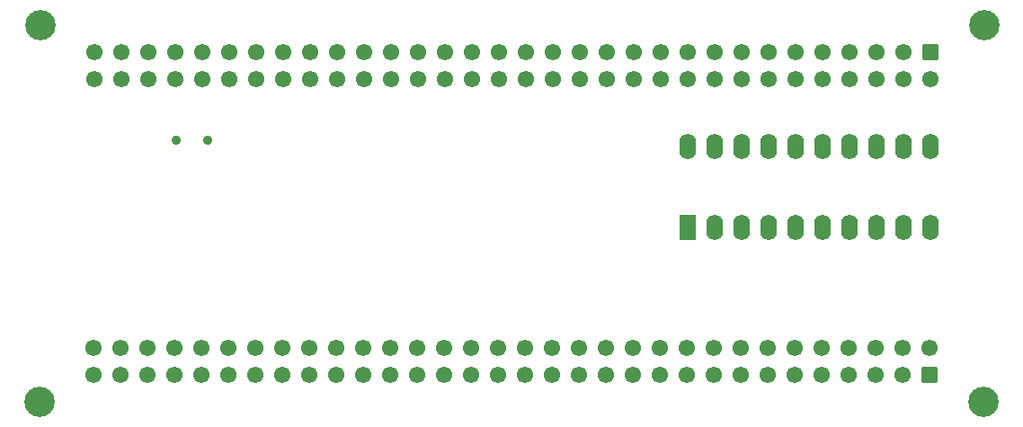
<source format=gbs>
%TF.GenerationSoftware,KiCad,Pcbnew,8.0.6-8.0.6-0~ubuntu24.04.1*%
%TF.CreationDate,2024-11-30T23:26:36+01:00*%
%TF.ProjectId,qlexternal512kram_MIX,716c6578-7465-4726-9e61-6c3531326b72,3*%
%TF.SameCoordinates,Original*%
%TF.FileFunction,Soldermask,Bot*%
%TF.FilePolarity,Negative*%
%FSLAX46Y46*%
G04 Gerber Fmt 4.6, Leading zero omitted, Abs format (unit mm)*
G04 Created by KiCad (PCBNEW 8.0.6-8.0.6-0~ubuntu24.04.1) date 2024-11-30 23:26:36*
%MOMM*%
%LPD*%
G01*
G04 APERTURE LIST*
G04 Aperture macros list*
%AMRoundRect*
0 Rectangle with rounded corners*
0 $1 Rounding radius*
0 $2 $3 $4 $5 $6 $7 $8 $9 X,Y pos of 4 corners*
0 Add a 4 corners polygon primitive as box body*
4,1,4,$2,$3,$4,$5,$6,$7,$8,$9,$2,$3,0*
0 Add four circle primitives for the rounded corners*
1,1,$1+$1,$2,$3*
1,1,$1+$1,$4,$5*
1,1,$1+$1,$6,$7*
1,1,$1+$1,$8,$9*
0 Add four rect primitives between the rounded corners*
20,1,$1+$1,$2,$3,$4,$5,0*
20,1,$1+$1,$4,$5,$6,$7,0*
20,1,$1+$1,$6,$7,$8,$9,0*
20,1,$1+$1,$8,$9,$2,$3,0*%
G04 Aperture macros list end*
%ADD10C,0.900000*%
%ADD11C,2.850000*%
%ADD12RoundRect,0.249999X0.525001X0.525001X-0.525001X0.525001X-0.525001X-0.525001X0.525001X-0.525001X0*%
%ADD13C,1.550000*%
%ADD14RoundRect,0.249999X-0.525001X-0.525001X0.525001X-0.525001X0.525001X0.525001X-0.525001X0.525001X0*%
%ADD15R,1.600000X2.400000*%
%ADD16O,1.600000X2.400000*%
G04 APERTURE END LIST*
D10*
%TO.C,SW2*%
X110040000Y-66135000D03*
X113040000Y-66135000D03*
%TD*%
D11*
%TO.C,J1*%
X97250000Y-55245000D03*
X186150000Y-55245000D03*
D12*
X181070000Y-57785000D03*
D13*
X178530000Y-57785000D03*
X175990000Y-57785000D03*
X173450000Y-57785000D03*
X170910000Y-57785000D03*
X168370000Y-57785000D03*
X165830000Y-57785000D03*
X163290000Y-57785000D03*
X160750000Y-57785000D03*
X158210000Y-57785000D03*
X155670000Y-57785000D03*
X153130000Y-57785000D03*
X150590000Y-57785000D03*
X148050000Y-57785000D03*
X145510000Y-57785000D03*
X142970000Y-57785000D03*
X140430000Y-57785000D03*
X137890000Y-57785000D03*
X135350000Y-57785000D03*
X132810000Y-57785000D03*
X130270000Y-57785000D03*
X127730000Y-57785000D03*
X125190000Y-57785000D03*
X122650000Y-57785000D03*
X120110000Y-57785000D03*
X117570000Y-57785000D03*
X115030000Y-57785000D03*
X112490000Y-57785000D03*
X109950000Y-57785000D03*
X107410000Y-57785000D03*
X104870000Y-57785000D03*
X102330000Y-57785000D03*
X181070000Y-60325000D03*
X178530000Y-60325000D03*
X175990000Y-60325000D03*
X173450000Y-60325000D03*
X170910000Y-60325000D03*
X168370000Y-60325000D03*
X165830000Y-60325000D03*
X163290000Y-60325000D03*
X160750000Y-60325000D03*
X158210000Y-60325000D03*
X155670000Y-60325000D03*
X153130000Y-60325000D03*
X150590000Y-60325000D03*
X148050000Y-60325000D03*
X145510000Y-60325000D03*
X142970000Y-60325000D03*
X140430000Y-60325000D03*
X137890000Y-60325000D03*
X135350000Y-60325000D03*
X132810000Y-60325000D03*
X130270000Y-60325000D03*
X127730000Y-60325000D03*
X125190000Y-60325000D03*
X122650000Y-60325000D03*
X120110000Y-60325000D03*
X117570000Y-60325000D03*
X115030000Y-60325000D03*
X112490000Y-60325000D03*
X109950000Y-60325000D03*
X107410000Y-60325000D03*
X104870000Y-60325000D03*
X102330000Y-60325000D03*
%TD*%
D11*
%TO.C,J2*%
X186100000Y-90720000D03*
X97200000Y-90720000D03*
D14*
X181010000Y-88180000D03*
D13*
X178470000Y-88180000D03*
X175930000Y-88180000D03*
X173390000Y-88180000D03*
X170850000Y-88180000D03*
X168310000Y-88180000D03*
X165770000Y-88180000D03*
X163230000Y-88180000D03*
X160690000Y-88180000D03*
X158150000Y-88180000D03*
X155610000Y-88180000D03*
X153070000Y-88180000D03*
X150530000Y-88180000D03*
X147990000Y-88180000D03*
X145450000Y-88180000D03*
X142910000Y-88180000D03*
X140370000Y-88180000D03*
X137830000Y-88180000D03*
X135290000Y-88180000D03*
X132750000Y-88180000D03*
X130210000Y-88180000D03*
X127670000Y-88180000D03*
X125130000Y-88180000D03*
X122590000Y-88180000D03*
X120050000Y-88180000D03*
X117510000Y-88180000D03*
X114970000Y-88180000D03*
X112430000Y-88180000D03*
X109890000Y-88180000D03*
X107350000Y-88180000D03*
X104810000Y-88180000D03*
X102270000Y-88180000D03*
X181010000Y-85640000D03*
X178470000Y-85640000D03*
X175930000Y-85640000D03*
X173390000Y-85640000D03*
X170850000Y-85640000D03*
X168310000Y-85640000D03*
X165770000Y-85640000D03*
X163230000Y-85640000D03*
X160690000Y-85640000D03*
X158150000Y-85640000D03*
X155610000Y-85640000D03*
X153070000Y-85640000D03*
X150530000Y-85640000D03*
X147990000Y-85640000D03*
X145450000Y-85640000D03*
X142910000Y-85640000D03*
X140370000Y-85640000D03*
X137830000Y-85640000D03*
X135290000Y-85640000D03*
X132750000Y-85640000D03*
X130210000Y-85640000D03*
X127670000Y-85640000D03*
X125130000Y-85640000D03*
X122590000Y-85640000D03*
X120050000Y-85640000D03*
X117510000Y-85640000D03*
X114970000Y-85640000D03*
X112430000Y-85640000D03*
X109890000Y-85640000D03*
X107350000Y-85640000D03*
X104810000Y-85640000D03*
X102270000Y-85640000D03*
%TD*%
D15*
%TO.C,U2*%
X158215000Y-74310000D03*
D16*
X160755000Y-74310000D03*
X163295000Y-74310000D03*
X165835000Y-74310000D03*
X168375000Y-74310000D03*
X170915000Y-74310000D03*
X173455000Y-74310000D03*
X175995000Y-74310000D03*
X178535000Y-74310000D03*
X181075000Y-74310000D03*
X181075000Y-66690000D03*
X178535000Y-66690000D03*
X175995000Y-66690000D03*
X173455000Y-66690000D03*
X170915000Y-66690000D03*
X168375000Y-66690000D03*
X165835000Y-66690000D03*
X163295000Y-66690000D03*
X160755000Y-66690000D03*
X158215000Y-66690000D03*
%TD*%
M02*

</source>
